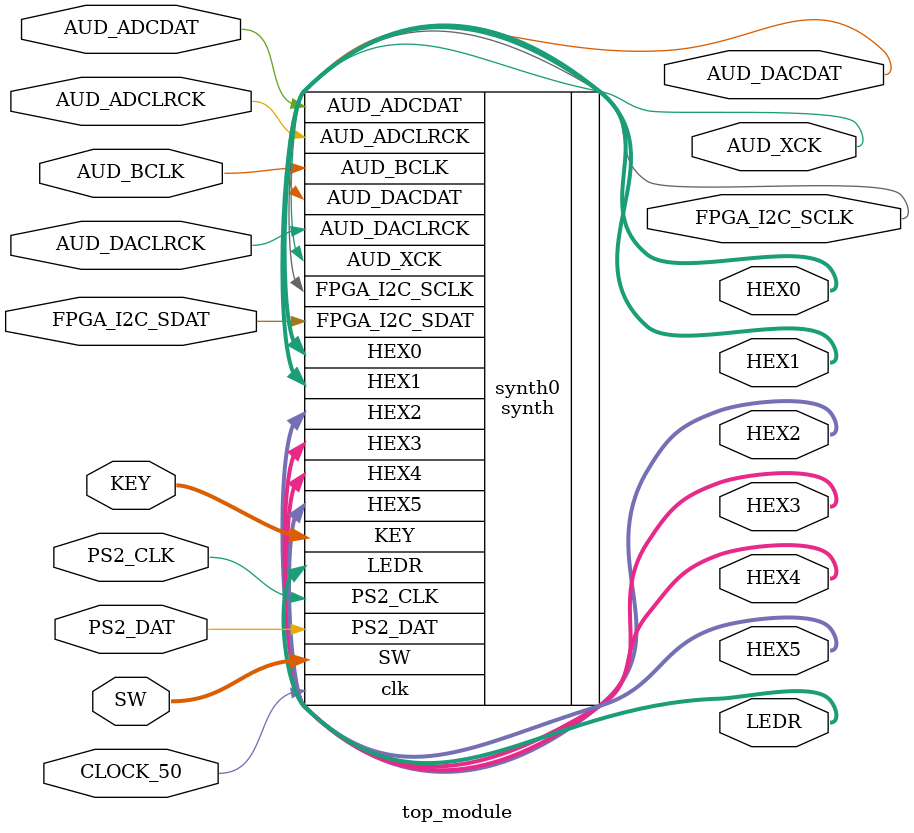
<source format=v>
module top_module (
                    KEY,
                    CLOCK_50,
                    SW,
                    LEDR,
                    HEX0,
                    HEX1,
                    HEX2,
                    HEX3,
                    HEX4,
                    HEX5,

                    FPGA_I2C_SCLK,
                    FPGA_I2C_SDAT,
                    PS2_CLK,
                    PS2_DAT,

                    AUD_ADCDAT,
                    AUD_BCLK,
                    AUD_ADCLRCK,
                    AUD_DACLRCK,
                    AUD_XCK,
                    AUD_DACDAT);
  
  input [9:0] SW;
  output [6:0] HEX0, HEX1, HEX2, HEX3, HEX4, HEX5;
  output [9:0] LEDR;
  input [3:0] KEY;
  input CLOCK_50;
  output FPGA_I2C_SCLK;
  inout FPGA_I2C_SDAT;

  inout PS2_CLK;
  inout PS2_DAT;

  input	 AUD_ADCDAT;
  inout	 AUD_BCLK;
  inout	 AUD_ADCLRCK;
  inout	 AUD_DACLRCK;
  output AUD_XCK;
  output AUD_DACDAT;

  synth synth0 (
    .clk(CLOCK_50),
    .KEY(KEY),
    .SW(SW),
    .LEDR(LEDR),
    .HEX0(HEX0),
    .HEX1(HEX1),
    .HEX2(HEX2),
    .HEX3(HEX3),
    .HEX4(HEX4),
    .HEX5(HEX5),
    .FPGA_I2C_SCLK(FPGA_I2C_SCLK),
    .FPGA_I2C_SDAT(FPGA_I2C_SDAT),
    .AUD_ADCDAT(AUD_ADCDAT),
    .AUD_BCLK(AUD_BCLK),
    .AUD_ADCLRCK(AUD_ADCLRCK),
    .AUD_DACLRCK(AUD_DACLRCK),
    .AUD_XCK(AUD_XCK),
    .AUD_DACDAT(AUD_DACDAT),
    .PS2_CLK(PS2_CLK),
    .PS2_DAT(PS2_DAT)
  );
endmodule
</source>
